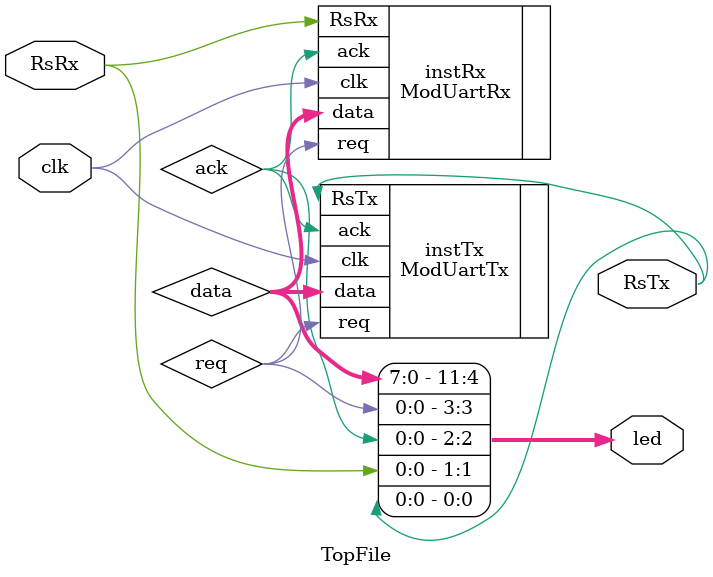
<source format=v>
`timescale 1ns / 1ps


module TopFile(
    input clk,
    input RsRx,
    output RsTx,
    output [11:0] led
    );
    
    wire req;
    wire ack;
    wire [7:0] data;
    ModUartRx instRx( .clk(clk), .RsRx(RsRx), .req(req), .ack(ack), .data(data) );
    ModUartTx instTx( .clk(clk), .RsTx(RsTx), .req(req), .ack(ack), .data(data) );
    assign led = { data, req, ack, RsRx, RsTx };


endmodule

</source>
